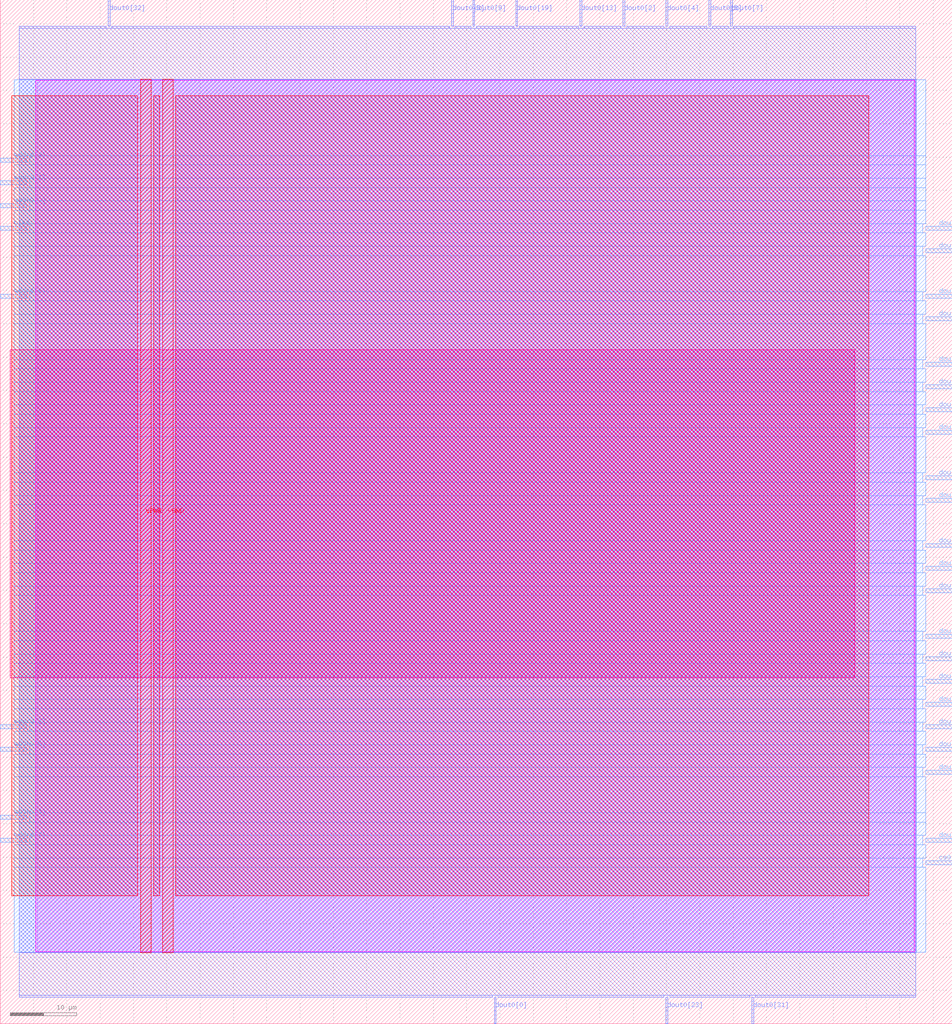
<source format=lef>
VERSION 5.7 ;
  NOWIREEXTENSIONATPIN ON ;
  DIVIDERCHAR "/" ;
  BUSBITCHARS "[]" ;
MACRO cust_rom
  CLASS BLOCK ;
  FOREIGN cust_rom ;
  ORIGIN 0.000 0.000 ;
  SIZE 142.880 BY 153.600 ;
  PIN VGND
    DIRECTION INOUT ;
    USE GROUND ;
    PORT
      LAYER met4 ;
        RECT 24.340 10.640 25.940 141.680 ;
    END
  END VGND
  PIN VPWR
    DIRECTION INOUT ;
    USE POWER ;
    PORT
      LAYER met4 ;
        RECT 21.040 10.640 22.640 141.680 ;
    END
  END VPWR
  PIN addr0[0]
    DIRECTION INPUT ;
    USE SIGNAL ;
    ANTENNAGATEAREA 0.196500 ;
    PORT
      LAYER met3 ;
        RECT 0.000 108.840 4.000 109.440 ;
    END
  END addr0[0]
  PIN addr0[1]
    DIRECTION INPUT ;
    USE SIGNAL ;
    ANTENNAGATEAREA 0.196500 ;
    PORT
      LAYER met3 ;
        RECT 0.000 125.840 4.000 126.440 ;
    END
  END addr0[1]
  PIN addr0[2]
    DIRECTION INPUT ;
    USE SIGNAL ;
    ANTENNAGATEAREA 0.196500 ;
    PORT
      LAYER met3 ;
        RECT 0.000 129.240 4.000 129.840 ;
    END
  END addr0[2]
  PIN addr0[3]
    DIRECTION INPUT ;
    USE SIGNAL ;
    ANTENNAGATEAREA 0.196500 ;
    PORT
      LAYER met3 ;
        RECT 0.000 122.440 4.000 123.040 ;
    END
  END addr0[3]
  PIN addr0[4]
    DIRECTION INPUT ;
    USE SIGNAL ;
    ANTENNAGATEAREA 0.196500 ;
    PORT
      LAYER met3 ;
        RECT 0.000 30.640 4.000 31.240 ;
    END
  END addr0[4]
  PIN addr0[5]
    DIRECTION INPUT ;
    USE SIGNAL ;
    ANTENNAGATEAREA 0.196500 ;
    PORT
      LAYER met3 ;
        RECT 0.000 40.840 4.000 41.440 ;
    END
  END addr0[5]
  PIN addr0[6]
    DIRECTION INPUT ;
    USE SIGNAL ;
    ANTENNAGATEAREA 0.196500 ;
    PORT
      LAYER met3 ;
        RECT 0.000 44.240 4.000 44.840 ;
    END
  END addr0[6]
  PIN addr0[7]
    DIRECTION INPUT ;
    USE SIGNAL ;
    ANTENNAGATEAREA 0.196500 ;
    PORT
      LAYER met3 ;
        RECT 0.000 27.240 4.000 27.840 ;
    END
  END addr0[7]
  PIN clk0
    DIRECTION INPUT ;
    USE SIGNAL ;
    ANTENNAGATEAREA 0.852000 ;
    PORT
      LAYER met3 ;
        RECT 0.000 119.040 4.000 119.640 ;
    END
  END clk0
  PIN cs0
    DIRECTION INPUT ;
    USE SIGNAL ;
    ANTENNAGATEAREA 0.196500 ;
    PORT
      LAYER met3 ;
        RECT 138.880 23.840 142.880 24.440 ;
    END
  END cs0
  PIN dout0[0]
    DIRECTION OUTPUT ;
    USE SIGNAL ;
    ANTENNADIFFAREA 0.445500 ;
    PORT
      LAYER met2 ;
        RECT 74.150 0.000 74.430 4.000 ;
    END
  END dout0[0]
  PIN dout0[10]
    DIRECTION OUTPUT ;
    USE SIGNAL ;
    ANTENNADIFFAREA 0.445500 ;
    PORT
      LAYER met3 ;
        RECT 138.880 68.040 142.880 68.640 ;
    END
  END dout0[10]
  PIN dout0[11]
    DIRECTION OUTPUT ;
    USE SIGNAL ;
    ANTENNADIFFAREA 0.445500 ;
    PORT
      LAYER met3 ;
        RECT 138.880 81.640 142.880 82.240 ;
    END
  END dout0[11]
  PIN dout0[12]
    DIRECTION OUTPUT ;
    USE SIGNAL ;
    ANTENNADIFFAREA 0.445500 ;
    PORT
      LAYER met3 ;
        RECT 138.880 108.840 142.880 109.440 ;
    END
  END dout0[12]
  PIN dout0[13]
    DIRECTION OUTPUT ;
    USE SIGNAL ;
    ANTENNADIFFAREA 0.795200 ;
    PORT
      LAYER met2 ;
        RECT 87.030 149.600 87.310 153.600 ;
    END
  END dout0[13]
  PIN dout0[14]
    DIRECTION OUTPUT ;
    USE SIGNAL ;
    ANTENNADIFFAREA 0.445500 ;
    PORT
      LAYER met3 ;
        RECT 138.880 64.640 142.880 65.240 ;
    END
  END dout0[14]
  PIN dout0[15]
    DIRECTION OUTPUT ;
    USE SIGNAL ;
    ANTENNADIFFAREA 0.445500 ;
    PORT
      LAYER met3 ;
        RECT 138.880 57.840 142.880 58.440 ;
    END
  END dout0[15]
  PIN dout0[16]
    DIRECTION OUTPUT ;
    USE SIGNAL ;
    ANTENNADIFFAREA 0.445500 ;
    PORT
      LAYER met3 ;
        RECT 138.880 78.240 142.880 78.840 ;
    END
  END dout0[16]
  PIN dout0[17]
    DIRECTION OUTPUT ;
    USE SIGNAL ;
    ANTENNADIFFAREA 0.445500 ;
    PORT
      LAYER met3 ;
        RECT 138.880 47.640 142.880 48.240 ;
    END
  END dout0[17]
  PIN dout0[18]
    DIRECTION OUTPUT ;
    USE SIGNAL ;
    ANTENNADIFFAREA 0.445500 ;
    PORT
      LAYER met3 ;
        RECT 138.880 98.640 142.880 99.240 ;
    END
  END dout0[18]
  PIN dout0[19]
    DIRECTION OUTPUT ;
    USE SIGNAL ;
    ANTENNADIFFAREA 0.795200 ;
    PORT
      LAYER met2 ;
        RECT 77.370 149.600 77.650 153.600 ;
    END
  END dout0[19]
  PIN dout0[1]
    DIRECTION OUTPUT ;
    USE SIGNAL ;
    ANTENNADIFFAREA 0.445500 ;
    PORT
      LAYER met3 ;
        RECT 138.880 71.440 142.880 72.040 ;
    END
  END dout0[1]
  PIN dout0[20]
    DIRECTION OUTPUT ;
    USE SIGNAL ;
    ANTENNADIFFAREA 0.445500 ;
    PORT
      LAYER met3 ;
        RECT 138.880 95.240 142.880 95.840 ;
    END
  END dout0[20]
  PIN dout0[21]
    DIRECTION OUTPUT ;
    USE SIGNAL ;
    ANTENNADIFFAREA 0.445500 ;
    PORT
      LAYER met3 ;
        RECT 138.880 105.440 142.880 106.040 ;
    END
  END dout0[21]
  PIN dout0[22]
    DIRECTION OUTPUT ;
    USE SIGNAL ;
    ANTENNADIFFAREA 0.445500 ;
    PORT
      LAYER met3 ;
        RECT 138.880 119.040 142.880 119.640 ;
    END
  END dout0[22]
  PIN dout0[23]
    DIRECTION OUTPUT ;
    USE SIGNAL ;
    ANTENNADIFFAREA 0.445500 ;
    PORT
      LAYER met2 ;
        RECT 99.910 0.000 100.190 4.000 ;
    END
  END dout0[23]
  PIN dout0[24]
    DIRECTION OUTPUT ;
    USE SIGNAL ;
    ANTENNADIFFAREA 0.445500 ;
    PORT
      LAYER met3 ;
        RECT 138.880 115.640 142.880 116.240 ;
    END
  END dout0[24]
  PIN dout0[25]
    DIRECTION OUTPUT ;
    USE SIGNAL ;
    ANTENNADIFFAREA 0.445500 ;
    PORT
      LAYER met3 ;
        RECT 138.880 88.440 142.880 89.040 ;
    END
  END dout0[25]
  PIN dout0[26]
    DIRECTION OUTPUT ;
    USE SIGNAL ;
    ANTENNADIFFAREA 0.445500 ;
    PORT
      LAYER met3 ;
        RECT 138.880 54.440 142.880 55.040 ;
    END
  END dout0[26]
  PIN dout0[27]
    DIRECTION OUTPUT ;
    USE SIGNAL ;
    ANTENNADIFFAREA 0.445500 ;
    PORT
      LAYER met3 ;
        RECT 138.880 51.040 142.880 51.640 ;
    END
  END dout0[27]
  PIN dout0[28]
    DIRECTION OUTPUT ;
    USE SIGNAL ;
    ANTENNADIFFAREA 0.445500 ;
    PORT
      LAYER met3 ;
        RECT 138.880 40.840 142.880 41.440 ;
    END
  END dout0[28]
  PIN dout0[29]
    DIRECTION OUTPUT ;
    USE SIGNAL ;
    ANTENNADIFFAREA 0.445500 ;
    PORT
      LAYER met3 ;
        RECT 138.880 37.440 142.880 38.040 ;
    END
  END dout0[29]
  PIN dout0[2]
    DIRECTION OUTPUT ;
    USE SIGNAL ;
    ANTENNADIFFAREA 0.795200 ;
    PORT
      LAYER met2 ;
        RECT 93.470 149.600 93.750 153.600 ;
    END
  END dout0[2]
  PIN dout0[30]
    DIRECTION OUTPUT ;
    USE SIGNAL ;
    ANTENNADIFFAREA 0.445500 ;
    PORT
      LAYER met3 ;
        RECT 138.880 27.240 142.880 27.840 ;
    END
  END dout0[30]
  PIN dout0[31]
    DIRECTION OUTPUT ;
    USE SIGNAL ;
    ANTENNADIFFAREA 0.445500 ;
    PORT
      LAYER met2 ;
        RECT 112.790 0.000 113.070 4.000 ;
    END
  END dout0[31]
  PIN dout0[32]
    DIRECTION OUTPUT ;
    USE SIGNAL ;
    PORT
      LAYER met2 ;
        RECT 16.190 149.600 16.470 153.600 ;
    END
  END dout0[32]
  PIN dout0[3]
    DIRECTION OUTPUT ;
    USE SIGNAL ;
    ANTENNADIFFAREA 0.795200 ;
    PORT
      LAYER met2 ;
        RECT 67.710 149.600 67.990 153.600 ;
    END
  END dout0[3]
  PIN dout0[4]
    DIRECTION OUTPUT ;
    USE SIGNAL ;
    ANTENNADIFFAREA 0.795200 ;
    PORT
      LAYER met2 ;
        RECT 99.910 149.600 100.190 153.600 ;
    END
  END dout0[4]
  PIN dout0[5]
    DIRECTION OUTPUT ;
    USE SIGNAL ;
    ANTENNADIFFAREA 0.445500 ;
    PORT
      LAYER met3 ;
        RECT 138.880 91.840 142.880 92.440 ;
    END
  END dout0[5]
  PIN dout0[6]
    DIRECTION OUTPUT ;
    USE SIGNAL ;
    ANTENNADIFFAREA 0.795200 ;
    PORT
      LAYER met2 ;
        RECT 106.350 149.600 106.630 153.600 ;
    END
  END dout0[6]
  PIN dout0[7]
    DIRECTION OUTPUT ;
    USE SIGNAL ;
    ANTENNADIFFAREA 0.795200 ;
    PORT
      LAYER met2 ;
        RECT 109.570 149.600 109.850 153.600 ;
    END
  END dout0[7]
  PIN dout0[8]
    DIRECTION OUTPUT ;
    USE SIGNAL ;
    ANTENNADIFFAREA 0.445500 ;
    PORT
      LAYER met3 ;
        RECT 138.880 44.240 142.880 44.840 ;
    END
  END dout0[8]
  PIN dout0[9]
    DIRECTION OUTPUT ;
    USE SIGNAL ;
    ANTENNADIFFAREA 0.795200 ;
    PORT
      LAYER met2 ;
        RECT 70.930 149.600 71.210 153.600 ;
    END
  END dout0[9]
  OBS
      LAYER nwell ;
        RECT 5.330 10.795 137.270 141.525 ;
      LAYER li1 ;
        RECT 5.520 10.795 137.080 141.525 ;
      LAYER met1 ;
        RECT 2.830 10.640 137.470 141.680 ;
      LAYER met2 ;
        RECT 2.860 149.320 15.910 149.600 ;
        RECT 16.750 149.320 67.430 149.600 ;
        RECT 68.270 149.320 70.650 149.600 ;
        RECT 71.490 149.320 77.090 149.600 ;
        RECT 77.930 149.320 86.750 149.600 ;
        RECT 87.590 149.320 93.190 149.600 ;
        RECT 94.030 149.320 99.630 149.600 ;
        RECT 100.470 149.320 106.070 149.600 ;
        RECT 106.910 149.320 109.290 149.600 ;
        RECT 110.130 149.320 137.440 149.600 ;
        RECT 2.860 4.280 137.440 149.320 ;
        RECT 2.860 4.000 73.870 4.280 ;
        RECT 74.710 4.000 99.630 4.280 ;
        RECT 100.470 4.000 112.510 4.280 ;
        RECT 113.350 4.000 137.440 4.280 ;
      LAYER met3 ;
        RECT 2.110 130.240 138.880 141.605 ;
        RECT 4.400 128.840 138.880 130.240 ;
        RECT 2.110 126.840 138.880 128.840 ;
        RECT 4.400 125.440 138.880 126.840 ;
        RECT 2.110 123.440 138.880 125.440 ;
        RECT 4.400 122.040 138.880 123.440 ;
        RECT 2.110 120.040 138.880 122.040 ;
        RECT 4.400 118.640 138.480 120.040 ;
        RECT 2.110 116.640 138.880 118.640 ;
        RECT 2.110 115.240 138.480 116.640 ;
        RECT 2.110 109.840 138.880 115.240 ;
        RECT 4.400 108.440 138.480 109.840 ;
        RECT 2.110 106.440 138.880 108.440 ;
        RECT 2.110 105.040 138.480 106.440 ;
        RECT 2.110 99.640 138.880 105.040 ;
        RECT 2.110 98.240 138.480 99.640 ;
        RECT 2.110 96.240 138.880 98.240 ;
        RECT 2.110 94.840 138.480 96.240 ;
        RECT 2.110 92.840 138.880 94.840 ;
        RECT 2.110 91.440 138.480 92.840 ;
        RECT 2.110 89.440 138.880 91.440 ;
        RECT 2.110 88.040 138.480 89.440 ;
        RECT 2.110 82.640 138.880 88.040 ;
        RECT 2.110 81.240 138.480 82.640 ;
        RECT 2.110 79.240 138.880 81.240 ;
        RECT 2.110 77.840 138.480 79.240 ;
        RECT 2.110 72.440 138.880 77.840 ;
        RECT 2.110 71.040 138.480 72.440 ;
        RECT 2.110 69.040 138.880 71.040 ;
        RECT 2.110 67.640 138.480 69.040 ;
        RECT 2.110 65.640 138.880 67.640 ;
        RECT 2.110 64.240 138.480 65.640 ;
        RECT 2.110 58.840 138.880 64.240 ;
        RECT 2.110 57.440 138.480 58.840 ;
        RECT 2.110 55.440 138.880 57.440 ;
        RECT 2.110 54.040 138.480 55.440 ;
        RECT 2.110 52.040 138.880 54.040 ;
        RECT 2.110 50.640 138.480 52.040 ;
        RECT 2.110 48.640 138.880 50.640 ;
        RECT 2.110 47.240 138.480 48.640 ;
        RECT 2.110 45.240 138.880 47.240 ;
        RECT 4.400 43.840 138.480 45.240 ;
        RECT 2.110 41.840 138.880 43.840 ;
        RECT 4.400 40.440 138.480 41.840 ;
        RECT 2.110 38.440 138.880 40.440 ;
        RECT 2.110 37.040 138.480 38.440 ;
        RECT 2.110 31.640 138.880 37.040 ;
        RECT 4.400 30.240 138.880 31.640 ;
        RECT 2.110 28.240 138.880 30.240 ;
        RECT 4.400 26.840 138.480 28.240 ;
        RECT 2.110 24.840 138.880 26.840 ;
        RECT 2.110 23.440 138.480 24.840 ;
        RECT 2.110 10.715 138.880 23.440 ;
      LAYER met4 ;
        RECT 1.710 19.215 20.640 139.225 ;
        RECT 23.040 19.215 23.940 139.225 ;
        RECT 26.340 19.215 130.345 139.225 ;
      LAYER met5 ;
        RECT 1.500 51.900 128.220 101.100 ;
  END
END cust_rom
END LIBRARY


</source>
